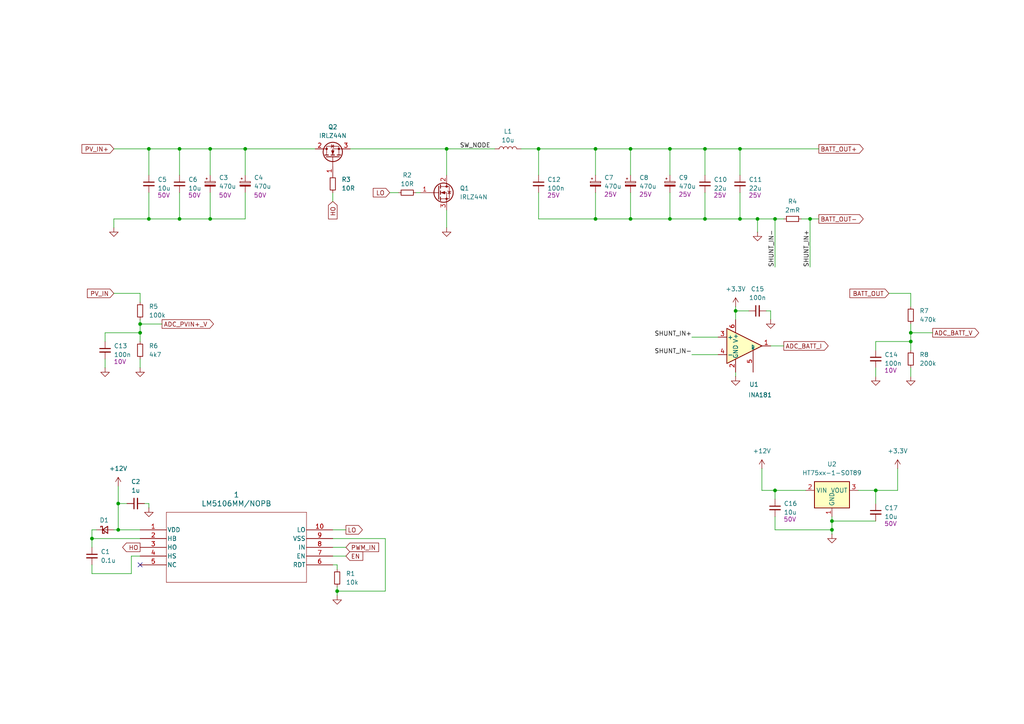
<source format=kicad_sch>
(kicad_sch (version 20231120) (generator "eeschema") (generator_version "8.0")
  (paper "A4")
  (lib_symbols
    (symbol "2024-11-21_11-20-24:LM5106MM_NOPB" (pin_names (offset 0.254))
      (property "Value" "LM5106MM/NOPB" (at 27.94 7.62 0))
      (symbol "LM5106MM_NOPB_0_1"
        (polyline (pts (xy 7.62 -15.24) (xy 48.26 -15.24)) (stroke (width 0.127)))
        (polyline (pts (xy 7.62 5.08) (xy 7.62 -15.24)) (stroke (width 0.127)))
        (polyline (pts (xy 48.26 -15.24) (xy 48.26 5.08)) (stroke (width 0.127)))
        (polyline (pts (xy 48.26 5.08) (xy 7.62 5.08)) (stroke (width 0.127)))
        (pin power_in line (at 0 0 0) (length 7.62) (name "VDD") (number "1"))
        (pin output line (at 55.88 0 180) (length 7.62) (name "LO") (number "10"))
        (pin input line (at 0 -2.54 0) (length 7.62) (name "HB") (number "2"))
        (pin output line (at 0 -5.08 0) (length 7.62) (name "HO") (number "3"))
        (pin input line (at 0 -7.62 0) (length 7.62) (name "HS") (number "4"))
        (pin passive line (at 0 -10.16 0) (length 7.62) (name "NC") (number "5"))
        (pin input line (at 55.88 -10.16 180) (length 7.62) (name "RDT") (number "6"))
        (pin input line (at 55.88 -7.62 180) (length 7.62) (name "EN") (number "7"))
        (pin input line (at 55.88 -5.08 180) (length 7.62) (name "IN") (number "8"))
        (pin power_in line (at 55.88 -2.54 180) (length 7.62) (name "VSS") (number "9"))
      )
    )
    (symbol "Amplifier_Current:INA181" (pin_names (offset 0.127))
      (property "Reference" "U" (at 3.81 3.81 0))
      (property "Value" "INA181" (at 3.81 -2.54 0))
      (symbol "INA181_0_1"
        (polyline (pts (xy 5.08 0) (xy -5.08 5.08) (xy -5.08 -5.08) (xy 5.08 0)) (stroke (width 0.254)) (fill (type background)))
      )
      (symbol "INA181_1_1"
        (pin output line (at 7.62 0 180) (length 2.54) (name "~") (number "1"))
        (pin power_in line (at -2.54 -7.62 90) (length 3.81) (name "GND") (number "2"))
        (pin input line (at -7.62 2.54 0) (length 2.54) (name "+") (number "3"))
        (pin input line (at -7.62 -2.54 0) (length 2.54) (name "-") (number "4"))
        (pin input line (at 2.54 -7.62 90) (length 6.35) (name "REF") (number "5"))
        (pin power_in line (at -2.54 7.62 270) (length 3.81) (name "V+") (number "6"))
      )
    )
    (symbol "Device:C_Polarized_Small" (pin_numbers hide) (pin_names (offset 0.254) hide)
      (property "Reference" "C" (at 0.254 1.778 0))
      (property "Value" "C_Polarized_Small" (at 0.254 -2.032 0))
      (symbol "C_Polarized_Small_0_1"
        (rectangle (start -1.524 -0.3048) (end 1.524 -0.6858) (fill (type outline)))
        (rectangle (start -1.524 0.6858) (end 1.524 0.3048))
        (polyline (pts (xy -1.27 1.524) (xy -0.762 1.524)))
        (polyline (pts (xy -1.016 1.27) (xy -1.016 1.778)))
      )
      (symbol "C_Polarized_Small_1_1"
        (pin passive line (at 0 2.54 270) (length 1.8542) (name "~") (number "1"))
        (pin passive line (at 0 -2.54 90) (length 1.8542) (name "~") (number "2"))
      )
    )
    (symbol "Device:C_Small" (pin_numbers hide) (pin_names (offset 0.254) hide)
      (property "Reference" "C" (at 0.254 1.778 0))
      (property "Value" "C_Small" (at 0.254 -2.032 0))
      (symbol "C_Small_0_1"
        (polyline (pts (xy -1.524 -0.508) (xy 1.524 -0.508)) (stroke (width 0.3302)))
        (polyline (pts (xy -1.524 0.508) (xy 1.524 0.508)) (stroke (width 0.3048)))
      )
      (symbol "C_Small_1_1"
        (pin passive line (at 0 2.54 270) (length 2.032) (name "~") (number "1"))
        (pin passive line (at 0 -2.54 90) (length 2.032) (name "~") (number "2"))
      )
    )
    (symbol "Device:D_Schottky_Small" (pin_numbers hide) (pin_names (offset 0.254) hide)
      (property "Reference" "D" (at -1.27 2.032 0))
      (property "Value" "D_Schottky_Small" (at -7.112 -2.032 0))
      (symbol "D_Schottky_Small_0_1"
        (polyline (pts (xy -0.762 0) (xy 0.762 0)))
        (polyline (pts (xy 0.762 -1.016) (xy -0.762 0) (xy 0.762 1.016) (xy 0.762 -1.016)) (stroke (width 0.254)))
        (polyline (pts (xy -1.27 0.762) (xy -1.27 1.016) (xy -0.762 1.016) (xy -0.762 -1.016) (xy -0.254 -1.016) (xy -0.254 -0.762)) (stroke (width 0.254)))
      )
      (symbol "D_Schottky_Small_1_1"
        (pin passive line (at -2.54 0 0) (length 1.778) (name "K") (number "1"))
        (pin passive line (at 2.54 0 180) (length 1.778) (name "A") (number "2"))
      )
    )
    (symbol "Device:L" (pin_numbers hide) (pin_names (offset 1.016) hide)
      (property "Reference" "L" (at -1.27 0 90))
      (property "Value" "L" (at 1.905 0 90))
      (symbol "L_0_1"
        (arc (start 0 -2.54) (mid 0.6323 -1.905) (end 0 -1.27))
        (arc (start 0 -1.27) (mid 0.6323 -0.635) (end 0 0))
        (arc (start 0 0) (mid 0.6323 0.635) (end 0 1.27))
        (arc (start 0 1.27) (mid 0.6323 1.905) (end 0 2.54))
      )
      (symbol "L_1_1"
        (pin passive line (at 0 3.81 270) (length 1.27) (name "1") (number "1"))
        (pin passive line (at 0 -3.81 90) (length 1.27) (name "2") (number "2"))
      )
    )
    (symbol "Device:R_Small" (pin_numbers hide) (pin_names (offset 0.254) hide)
      (property "Reference" "R" (at 0.762 0.508 0))
      (property "Value" "R_Small" (at 0.762 -1.016 0))
      (symbol "R_Small_0_1"
        (rectangle (start -0.762 1.778) (end 0.762 -1.778) (stroke (width 0.2032)))
      )
      (symbol "R_Small_1_1"
        (pin passive line (at 0 2.54 270) (length 0.762) (name "~") (number "1"))
        (pin passive line (at 0 -2.54 90) (length 0.762) (name "~") (number "2"))
      )
    )
    (symbol "Regulator_Linear:HT75xx-1-SOT89"
      (property "Reference" "U" (at -5.08 -3.81 0))
      (property "Value" "HT75xx-1-SOT89" (at 0 6.35 0))
      (symbol "HT75xx-1-SOT89_0_1"
        (rectangle (start -5.08 5.08) (end 5.08 -2.54) (stroke (width 0.254)) (fill (type background)))
      )
      (symbol "HT75xx-1-SOT89_1_1"
        (pin power_in line (at 0 -5.08 90) (length 2.54) (name "GND") (number "1"))
        (pin power_in line (at -7.62 2.54 0) (length 2.54) (name "VIN") (number "2"))
        (pin power_out line (at 7.62 2.54 180) (length 2.54) (name "VOUT") (number "3"))
      )
    )
    (symbol "Transistor_FET:IRLZ44N" (pin_names hide)
      (property "Reference" "Q" (at 5.08 1.905 0))
      (property "Value" "IRLZ44N" (at 5.08 0 0))
      (symbol "IRLZ44N_0_1"
        (polyline (pts (xy 0.254 0) (xy -2.54 0)))
        (polyline (pts (xy 0.254 1.905) (xy 0.254 -1.905)) (stroke (width 0.254)))
        (polyline (pts (xy 0.762 -1.27) (xy 0.762 -2.286)) (stroke (width 0.254)))
        (polyline (pts (xy 0.762 0.508) (xy 0.762 -0.508)) (stroke (width 0.254)))
        (polyline (pts (xy 0.762 2.286) (xy 0.762 1.27)) (stroke (width 0.254)))
        (polyline (pts (xy 2.54 2.54) (xy 2.54 1.778)))
        (polyline (pts (xy 2.54 -2.54) (xy 2.54 0) (xy 0.762 0)))
        (polyline (pts (xy 0.762 -1.778) (xy 3.302 -1.778) (xy 3.302 1.778) (xy 0.762 1.778)))
        (polyline (pts (xy 1.016 0) (xy 2.032 0.381) (xy 2.032 -0.381) (xy 1.016 0)) (fill (type outline)))
        (polyline (pts (xy 2.794 0.508) (xy 2.921 0.381) (xy 3.683 0.381) (xy 3.81 0.254)))
        (polyline (pts (xy 3.302 0.381) (xy 2.921 -0.254) (xy 3.683 -0.254) (xy 3.302 0.381)))
        (circle (center 1.651 0) (radius 2.794) (stroke (width 0.254)))
        (circle (center 2.54 -1.778) (radius 0.254) (fill (type outline)))
        (circle (center 2.54 1.778) (radius 0.254) (fill (type outline)))
      )
      (symbol "IRLZ44N_1_1"
        (pin input line (at -5.08 0 0) (length 2.54) (name "G") (number "1"))
        (pin passive line (at 2.54 5.08 270) (length 2.54) (name "D") (number "2"))
        (pin passive line (at 2.54 -5.08 90) (length 2.54) (name "S") (number "3"))
      )
    )
    (symbol "power:+12V" (power) (pin_numbers hide) (pin_names (offset 0) hide)
      (property "Value" "+12V" (at 0 3.556 0))
      (symbol "+12V_0_1"
        (polyline (pts (xy -0.762 1.27) (xy 0 2.54)))
        (polyline (pts (xy 0 0) (xy 0 2.54)))
        (polyline (pts (xy 0 2.54) (xy 0.762 1.27)))
      )
      (symbol "+12V_1_1"
        (pin power_in line (at 0 0 90) (length 0) (name "~") (number "1"))
      )
    )
    (symbol "power:+3.3V" (power) (pin_numbers hide) (pin_names (offset 0) hide)
      (property "Value" "+3.3V" (at 0 3.556 0))
      (symbol "+3.3V_0_1"
        (polyline (pts (xy -0.762 1.27) (xy 0 2.54)))
        (polyline (pts (xy 0 0) (xy 0 2.54)))
        (polyline (pts (xy 0 2.54) (xy 0.762 1.27)))
      )
      (symbol "+3.3V_1_1"
        (pin power_in line (at 0 0 90) (length 0) (name "~") (number "1"))
      )
    )
    (symbol "power:GND" (power) (pin_numbers hide) (pin_names (offset 0) hide)
      (property "Value" "GND" (at 0 -3.81 0))
      (symbol "GND_0_1"
        (polyline (pts (xy 0 0) (xy 0 -1.27) (xy 1.27 -1.27) (xy 0 -2.54) (xy -1.27 -1.27) (xy 0 -1.27)))
      )
      (symbol "GND_1_1"
        (pin power_in line (at 0 0 270) (length 0) (name "~") (number "1"))
      )
    )
  )
  (junction (at 213.36 90.17))
  (junction (at 71.12 43.18))
  (junction (at 172.72 43.18))
  (junction (at 60.96 43.18))
  (junction (at 172.72 63.5))
  (junction (at 43.18 63.5))
  (junction (at 194.31 63.5))
  (junction (at 214.63 63.5))
  (junction (at 52.07 63.5))
  (junction (at 52.07 43.18))
  (junction (at 34.29 146.05))
  (junction (at 204.47 63.5))
  (junction (at 204.47 43.18))
  (junction (at 60.96 63.5))
  (junction (at 194.31 43.18))
  (junction (at 219.71 63.5))
  (junction (at 182.88 63.5))
  (junction (at 129.54 43.18))
  (junction (at 97.79 171.45))
  (junction (at 241.3 153.67))
  (junction (at 234.95 63.5))
  (junction (at 254 142.24))
  (junction (at 241.3 151.13))
  (junction (at 40.64 93.98))
  (junction (at 224.79 63.5))
  (junction (at 224.79 142.24))
  (junction (at 40.64 96.52))
  (junction (at 264.16 99.06))
  (junction (at 264.16 96.52))
  (junction (at 34.29 153.67))
  (junction (at 156.21 43.18))
  (junction (at 43.18 43.18))
  (junction (at 26.67 156.21))
  (junction (at 214.63 43.18))
  (junction (at 182.88 43.18))
  (no_connect (at 40.64 163.83))
  (wire (pts (xy 241.3 151.13) (xy 241.3 153.67)))
  (wire (pts (xy 204.47 55.88) (xy 204.47 63.5)))
  (wire (pts (xy 224.79 142.24) (xy 224.79 144.78)))
  (wire (pts (xy 34.29 146.05) (xy 36.83 146.05)))
  (wire (pts (xy 33.02 43.18) (xy 43.18 43.18)))
  (wire (pts (xy 214.63 63.5) (xy 204.47 63.5)))
  (wire (pts (xy 194.31 43.18) (xy 182.88 43.18)))
  (wire (pts (xy 194.31 55.88) (xy 194.31 63.5)))
  (wire (pts (xy 97.79 163.83) (xy 97.79 165.1)))
  (wire (pts (xy 96.52 55.88) (xy 96.52 58.42)))
  (wire (pts (xy 96.52 156.21) (xy 111.76 156.21)))
  (wire (pts (xy 224.79 149.86) (xy 224.79 153.67)))
  (wire (pts (xy 219.71 63.5) (xy 214.63 63.5)))
  (wire (pts (xy 219.71 63.5) (xy 219.71 67.31)))
  (wire (pts (xy 26.67 158.75) (xy 26.67 156.21)))
  (wire (pts (xy 60.96 43.18) (xy 60.96 50.8)))
  (wire (pts (xy 52.07 43.18) (xy 52.07 50.8)))
  (wire (pts (xy 27.94 153.67) (xy 26.67 153.67)))
  (wire (pts (xy 254 151.13) (xy 241.3 151.13)))
  (wire (pts (xy 264.16 96.52) (xy 264.16 99.06)))
  (wire (pts (xy 43.18 43.18) (xy 43.18 50.8)))
  (wire (pts (xy 40.64 92.71) (xy 40.64 93.98)))
  (wire (pts (xy 241.3 153.67) (xy 241.3 154.94)))
  (wire (pts (xy 223.52 90.17) (xy 222.25 90.17)))
  (wire (pts (xy 91.44 43.18) (xy 71.12 43.18)))
  (wire (pts (xy 40.64 104.14) (xy 40.64 106.68)))
  (wire (pts (xy 182.88 43.18) (xy 172.72 43.18)))
  (wire (pts (xy 52.07 55.88) (xy 52.07 63.5)))
  (wire (pts (xy 214.63 50.8) (xy 214.63 43.18)))
  (wire (pts (xy 34.29 146.05) (xy 34.29 153.67)))
  (wire (pts (xy 220.98 142.24) (xy 224.79 142.24)))
  (wire (pts (xy 254 142.24) (xy 248.92 142.24)))
  (wire (pts (xy 182.88 55.88) (xy 182.88 63.5)))
  (wire (pts (xy 96.52 161.29) (xy 100.33 161.29)))
  (wire (pts (xy 30.48 99.06) (xy 30.48 96.52)))
  (wire (pts (xy 129.54 43.18) (xy 143.51 43.18)))
  (wire (pts (xy 60.96 55.88) (xy 60.96 63.5)))
  (wire (pts (xy 254 99.06) (xy 264.16 99.06)))
  (wire (pts (xy 43.18 146.05) (xy 43.18 147.32)))
  (wire (pts (xy 40.64 93.98) (xy 46.99 93.98)))
  (wire (pts (xy 270.51 96.52) (xy 264.16 96.52)))
  (wire (pts (xy 260.35 135.89) (xy 260.35 142.24)))
  (wire (pts (xy 234.95 63.5) (xy 237.49 63.5)))
  (wire (pts (xy 224.79 63.5) (xy 219.71 63.5)))
  (wire (pts (xy 26.67 166.37) (xy 26.67 163.83)))
  (wire (pts (xy 40.64 93.98) (xy 40.64 96.52)))
  (wire (pts (xy 172.72 63.5) (xy 182.88 63.5)))
  (wire (pts (xy 223.52 92.71) (xy 223.52 90.17)))
  (wire (pts (xy 241.3 149.86) (xy 241.3 151.13)))
  (wire (pts (xy 52.07 63.5) (xy 43.18 63.5)))
  (wire (pts (xy 96.52 153.67) (xy 100.33 153.67)))
  (wire (pts (xy 204.47 43.18) (xy 194.31 43.18)))
  (wire (pts (xy 260.35 142.24) (xy 254 142.24)))
  (wire (pts (xy 213.36 107.95) (xy 213.36 109.22)))
  (wire (pts (xy 213.36 90.17) (xy 217.17 90.17)))
  (wire (pts (xy 113.03 55.88) (xy 115.57 55.88)))
  (wire (pts (xy 200.66 97.79) (xy 208.28 97.79)))
  (wire (pts (xy 43.18 43.18) (xy 52.07 43.18)))
  (wire (pts (xy 264.16 99.06) (xy 264.16 101.6)))
  (wire (pts (xy 182.88 50.8) (xy 182.88 43.18)))
  (wire (pts (xy 52.07 43.18) (xy 60.96 43.18)))
  (wire (pts (xy 194.31 63.5) (xy 204.47 63.5)))
  (wire (pts (xy 43.18 55.88) (xy 43.18 63.5)))
  (wire (pts (xy 223.52 100.33) (xy 227.33 100.33)))
  (wire (pts (xy 234.95 63.5) (xy 234.95 77.47)))
  (wire (pts (xy 156.21 43.18) (xy 172.72 43.18)))
  (wire (pts (xy 194.31 50.8) (xy 194.31 43.18)))
  (wire (pts (xy 38.1 166.37) (xy 26.67 166.37)))
  (wire (pts (xy 38.1 161.29) (xy 38.1 166.37)))
  (wire (pts (xy 232.41 63.5) (xy 234.95 63.5)))
  (wire (pts (xy 156.21 50.8) (xy 156.21 43.18)))
  (wire (pts (xy 224.79 142.24) (xy 233.68 142.24)))
  (wire (pts (xy 156.21 55.88) (xy 156.21 63.5)))
  (wire (pts (xy 264.16 93.98) (xy 264.16 96.52)))
  (wire (pts (xy 40.64 85.09) (xy 33.02 85.09)))
  (wire (pts (xy 224.79 63.5) (xy 224.79 77.47)))
  (wire (pts (xy 220.98 135.89) (xy 220.98 142.24)))
  (wire (pts (xy 254 101.6) (xy 254 99.06)))
  (wire (pts (xy 214.63 43.18) (xy 204.47 43.18)))
  (wire (pts (xy 33.02 153.67) (xy 34.29 153.67)))
  (wire (pts (xy 213.36 90.17) (xy 213.36 92.71)))
  (wire (pts (xy 71.12 43.18) (xy 60.96 43.18)))
  (wire (pts (xy 34.29 153.67) (xy 40.64 153.67)))
  (wire (pts (xy 204.47 50.8) (xy 204.47 43.18)))
  (wire (pts (xy 151.13 43.18) (xy 156.21 43.18)))
  (wire (pts (xy 214.63 55.88) (xy 214.63 63.5)))
  (wire (pts (xy 101.6 43.18) (xy 129.54 43.18)))
  (wire (pts (xy 33.02 63.5) (xy 43.18 63.5)))
  (wire (pts (xy 97.79 170.18) (xy 97.79 171.45)))
  (wire (pts (xy 97.79 171.45) (xy 97.79 172.72)))
  (wire (pts (xy 213.36 88.9) (xy 213.36 90.17)))
  (wire (pts (xy 71.12 43.18) (xy 71.12 50.8)))
  (wire (pts (xy 257.81 85.09) (xy 264.16 85.09)))
  (wire (pts (xy 96.52 163.83) (xy 97.79 163.83)))
  (wire (pts (xy 200.66 102.87) (xy 208.28 102.87)))
  (wire (pts (xy 264.16 106.68) (xy 264.16 109.22)))
  (wire (pts (xy 182.88 63.5) (xy 194.31 63.5)))
  (wire (pts (xy 96.52 158.75) (xy 100.33 158.75)))
  (wire (pts (xy 33.02 63.5) (xy 33.02 66.04)))
  (wire (pts (xy 224.79 153.67) (xy 241.3 153.67)))
  (wire (pts (xy 254 106.68) (xy 254 109.22)))
  (wire (pts (xy 264.16 85.09) (xy 264.16 88.9)))
  (wire (pts (xy 41.91 146.05) (xy 43.18 146.05)))
  (wire (pts (xy 34.29 140.97) (xy 34.29 146.05)))
  (wire (pts (xy 30.48 96.52) (xy 40.64 96.52)))
  (wire (pts (xy 156.21 63.5) (xy 172.72 63.5)))
  (wire (pts (xy 227.33 63.5) (xy 224.79 63.5)))
  (wire (pts (xy 129.54 60.96) (xy 129.54 66.04)))
  (wire (pts (xy 97.79 171.45) (xy 111.76 171.45)))
  (wire (pts (xy 214.63 43.18) (xy 237.49 43.18)))
  (wire (pts (xy 120.65 55.88) (xy 121.92 55.88)))
  (wire (pts (xy 52.07 63.5) (xy 60.96 63.5)))
  (wire (pts (xy 254 142.24) (xy 254 146.05)))
  (wire (pts (xy 40.64 87.63) (xy 40.64 85.09)))
  (wire (pts (xy 60.96 63.5) (xy 71.12 63.5)))
  (wire (pts (xy 71.12 55.88) (xy 71.12 63.5)))
  (wire (pts (xy 26.67 156.21) (xy 40.64 156.21)))
  (wire (pts (xy 172.72 43.18) (xy 172.72 50.8)))
  (wire (pts (xy 40.64 161.29) (xy 38.1 161.29)))
  (wire (pts (xy 129.54 43.18) (xy 129.54 50.8)))
  (wire (pts (xy 172.72 55.88) (xy 172.72 63.5)))
  (wire (pts (xy 30.48 104.14) (xy 30.48 106.68)))
  (wire (pts (xy 111.76 156.21) (xy 111.76 171.45)))
  (wire (pts (xy 40.64 96.52) (xy 40.64 99.06)))
  (wire (pts (xy 26.67 153.67) (xy 26.67 156.21)))
  (label "SHUNT_IN+" (at 234.95 77.47 90))
  (label "SHUNT_IN+" (at 200.66 97.79 180))
  (label "SW_NODE" (at 133.35 43.18 0))
  (label "SHUNT_IN-" (at 200.66 102.87 180))
  (label "SHUNT_IN-" (at 224.79 77.47 90))
  (global_label "PWM_IN" (shape input) (at 100.33 158.75 0) (property "Intersheetrefs" "${INTERSHEET_REFS}" (effects (hide yes))))
  (global_label "HO" (shape output) (at 40.64 158.75 180) (property "Intersheetrefs" "${INTERSHEET_REFS}" (effects (hide yes))))
  (global_label "BATT_OUT-" (shape output) (at 237.49 63.5 0) (property "Intersheetrefs" "${INTERSHEET_REFS}" (effects (hide yes))))
  (global_label "PV_IN" (shape input) (at 33.02 85.09 180) (property "Intersheetrefs" "${INTERSHEET_REFS}" (effects (hide yes))))
  (global_label "BATT_OUT" (shape input) (at 257.81 85.09 180) (property "Intersheetrefs" "${INTERSHEET_REFS}" (effects (hide yes))))
  (global_label "ADC_PVIN+_V" (shape output) (at 46.99 93.98 0) (property "Intersheetrefs" "${INTERSHEET_REFS}" (effects (hide yes))))
  (global_label "PV_IN+" (shape input) (at 33.02 43.18 180) (property "Intersheetrefs" "${INTERSHEET_REFS}" (effects (hide yes))))
  (global_label "LO" (shape output) (at 100.33 153.67 0) (property "Intersheetrefs" "${INTERSHEET_REFS}" (effects (hide yes))))
  (global_label "ADC_BATT_V" (shape output) (at 270.51 96.52 0) (property "Intersheetrefs" "${INTERSHEET_REFS}" (effects (hide yes))))
  (global_label "EN" (shape input) (at 100.33 161.29 0) (property "Intersheetrefs" "${INTERSHEET_REFS}" (effects (hide yes))))
  (global_label "HO" (shape input) (at 96.52 58.42 270) (property "Intersheetrefs" "${INTERSHEET_REFS}" (effects (hide yes))))
  (global_label "ADC_BATT_I" (shape output) (at 227.33 100.33 0) (property "Intersheetrefs" "${INTERSHEET_REFS}" (effects (hide yes))))
  (global_label "LO" (shape input) (at 113.03 55.88 180) (property "Intersheetrefs" "${INTERSHEET_REFS}" (effects (hide yes))))
  (global_label "BATT_OUT+" (shape output) (at 237.49 43.18 0) (property "Intersheetrefs" "${INTERSHEET_REFS}" (effects (hide yes))))
  (symbol (lib_id "Device:C_Small") (at 254 104.14 0) (unit 1)
    (property "Reference" "C14" (at 256.54 102.8762 0) (effects (justify left)))
    (property "Value" "100n" (at 256.54 105.4162 0) (effects (justify left)))
    (property "Description" "Unpolarized capacitor, small symbol" (effects (hide yes)))
    (property "Voltage" "10V" (at 258.318 107.442 0))
  )
  (symbol (lib_id "Device:C_Small") (at 214.63 53.34 0) (unit 1)
    (property "Reference" "C11" (at 217.17 52.0762 0) (effects (justify left)))
    (property "Value" "22u" (at 217.17 54.6162 0) (effects (justify left)))
    (property "Description" "Unpolarized capacitor, small symbol" (effects (hide yes)))
    (property "Voltage" "25V" (at 218.948 56.642 0))
  )
  (symbol (lib_id "Regulator_Linear:HT75xx-1-SOT89") (at 241.3 144.78 0) (unit 1)
    (property "Reference" "U2" (at 241.3 134.62 0))
    (property "Value" "HT75xx-1-SOT89" (at 241.3 137.16 0))
    (property "Footprint" "Package_TO_SOT_SMD:SOT-89-3" (effects (hide yes)))
    (property "Datasheet" "https://www.holtek.com/documents/10179/116711/HT75xx-1v250.pdf" (effects (hide yes)))
    (property "Description" "100mA Low Dropout Voltage Regulator, Fixed Output, SOT89" (effects (hide yes)))
  )
  (symbol (lib_id "power:+3.3V") (at 260.35 135.89 0) (unit 1)
    (property "Reference" "#PWR016" (effects (hide yes)))
    (property "Value" "+3.3V" (at 260.35 130.81 0))
    (property "Description" "Power symbol creates a global label with name \"+3.3V\"" (effects (hide yes)))
  )
  (symbol (lib_id "power:GND") (at 223.52 92.71 0) (unit 1)
    (property "Reference" "#PWR013" (effects (hide yes)))
    (property "Value" "GND" (effects (hide yes)))
    (property "Description" "Power symbol creates a global label with name \"GND\" , ground" (effects (hide yes)))
  )
  (symbol (lib_id "Device:C_Small") (at 156.21 53.34 0) (unit 1)
    (property "Reference" "C12" (at 158.75 52.0762 0) (effects (justify left)))
    (property "Value" "100n" (at 158.75 54.6162 0) (effects (justify left)))
    (property "Description" "Unpolarized capacitor, small symbol" (effects (hide yes)))
    (property "Voltage" "25V" (at 160.528 56.642 0))
  )
  (symbol (lib_id "power:GND") (at 40.64 106.68 0) (unit 1)
    (property "Reference" "#PWR07" (effects (hide yes)))
    (property "Value" "GND" (effects (hide yes)))
    (property "Description" "Power symbol creates a global label with name \"GND\" , ground" (effects (hide yes)))
  )
  (symbol (lib_id "Device:C_Small") (at 52.07 53.34 0) (unit 1)
    (property "Reference" "C6" (at 54.61 52.0762 0) (effects (justify left)))
    (property "Value" "10u" (at 54.61 54.6162 0) (effects (justify left)))
    (property "Description" "Unpolarized capacitor, small symbol" (effects (hide yes)))
    (property "Voltage" "50V" (at 56.388 56.642 0))
  )
  (symbol (lib_id "power:GND") (at 43.18 147.32 0) (unit 1)
    (property "Reference" "#PWR03" (effects (hide yes)))
    (property "Value" "GND" (effects (hide yes)))
    (property "Description" "Power symbol creates a global label with name \"GND\" , ground" (effects (hide yes)))
  )
  (symbol (lib_id "Device:C_Polarized_Small") (at 172.72 53.34 0) (unit 1)
    (property "Reference" "C7" (at 175.26 51.5238 0) (effects (justify left)))
    (property "Value" "470u" (at 175.26 54.0638 0) (effects (justify left)))
    (property "Description" "Polarized capacitor, small symbol" (effects (hide yes)))
    (property "Voltage" "25V" (at 177.038 56.388 0))
  )
  (symbol (lib_id "Device:C_Small") (at 26.67 161.29 0) (unit 1)
    (property "Reference" "C1" (at 29.21 160.0262 0) (effects (justify left)))
    (property "Value" "0.1u" (at 29.21 162.5662 0) (effects (justify left)))
    (property "Description" "Unpolarized capacitor, small symbol" (effects (hide yes)))
  )
  (symbol (lib_id "Device:R_Small") (at 229.87 63.5 90) (unit 1)
    (property "Reference" "R4" (at 229.87 58.42 90))
    (property "Value" "2mR" (at 229.87 60.96 90))
    (property "Description" "Resistor, small symbol" (effects (hide yes)))
  )
  (symbol (lib_id "Device:C_Small") (at 43.18 53.34 0) (unit 1)
    (property "Reference" "C5" (at 45.72 52.0762 0) (effects (justify left)))
    (property "Value" "10u" (at 45.72 54.6162 0) (effects (justify left)))
    (property "Description" "Unpolarized capacitor, small symbol" (effects (hide yes)))
    (property "Voltage" "50V" (at 47.498 56.642 0))
  )
  (symbol (lib_id "Amplifier_Current:INA181") (at 215.9 100.33 0) (unit 1)
    (property "Reference" "U1" (at 218.694 111.506 0))
    (property "Value" "INA181" (at 220.472 114.554 0))
    (property "Footprint" "Package_TO_SOT_SMD:SOT-23-6" (effects (hide yes)))
    (property "Datasheet" "http://www.ti.com/lit/ds/symlink/ina181.pdf" (effects (hide yes)))
    (property "Description" "Bidirectional, Low- and High-Side Voltage Output, Current-Sense Amplifier, SOT-23-6" (effects (hide yes)))
  )
  (symbol (lib_id "Transistor_FET:IRLZ44N") (at 96.52 45.72 90) (unit 1)
    (property "Reference" "Q2" (at 96.52 36.83 90))
    (property "Value" "IRLZ44N" (at 96.52 39.37 90))
    (property "Footprint" "Package_TO_SOT_THT:TO-220-3_Vertical" (effects (hide yes)))
    (property "Datasheet" "http://www.irf.com/product-info/datasheets/data/irlz44n.pdf" (effects (hide yes)))
    (property "Description" "47A Id, 55V Vds, 22mOhm Rds Single N-Channel HEXFET Power MOSFET, TO-220AB" (effects (hide yes)))
  )
  (symbol (lib_id "Device:C_Small") (at 30.48 101.6 0) (unit 1)
    (property "Reference" "C13" (at 33.02 100.3362 0) (effects (justify left)))
    (property "Value" "100n" (at 33.02 102.8762 0) (effects (justify left)))
    (property "Description" "Unpolarized capacitor, small symbol" (effects (hide yes)))
    (property "Voltage" "10V" (at 34.798 104.902 0))
  )
  (symbol (lib_id "Device:C_Small") (at 254 148.59 0) (unit 1)
    (property "Reference" "C17" (at 256.54 147.3262 0) (effects (justify left)))
    (property "Value" "10u" (at 256.54 149.8662 0) (effects (justify left)))
    (property "Description" "Unpolarized capacitor, small symbol" (effects (hide yes)))
    (property "Voltage" "50V" (at 258.318 151.892 0))
  )
  (symbol (lib_id "power:GND") (at 30.48 106.68 0) (unit 1)
    (property "Reference" "#PWR08" (effects (hide yes)))
    (property "Value" "GND" (effects (hide yes)))
    (property "Description" "Power symbol creates a global label with name \"GND\" , ground" (effects (hide yes)))
  )
  (symbol (lib_id "Device:R_Small") (at 264.16 91.44 0) (unit 1)
    (property "Reference" "R7" (at 266.7 90.1699 0) (effects (justify left)))
    (property "Value" "470k" (at 266.7 92.7099 0) (effects (justify left)))
    (property "Description" "Resistor, small symbol" (effects (hide yes)))
  )
  (symbol (lib_id "Device:C_Small") (at 204.47 53.34 0) (unit 1)
    (property "Reference" "C10" (at 207.01 52.0762 0) (effects (justify left)))
    (property "Value" "22u" (at 207.01 54.6162 0) (effects (justify left)))
    (property "Description" "Unpolarized capacitor, small symbol" (effects (hide yes)))
    (property "Voltage" "25V" (at 208.788 56.642 0))
  )
  (symbol (lib_id "Device:D_Schottky_Small") (at 30.48 153.67 0) (unit 1)
    (property "Reference" "D1" (at 30.226 150.876 0))
    (property "Value" "D_Schottky_Small" (effects (hide yes)))
    (property "Description" "Schottky diode, small symbol" (effects (hide yes)))
  )
  (symbol (lib_id "Device:C_Polarized_Small") (at 60.96 53.34 0) (unit 1)
    (property "Reference" "C3" (at 63.5 51.5238 0) (effects (justify left)))
    (property "Value" "470u" (at 63.5 54.0638 0) (effects (justify left)))
    (property "Description" "Polarized capacitor, small symbol" (effects (hide yes)))
    (property "Voltage" "50V" (at 65.278 56.642 0))
  )
  (symbol (lib_id "Device:C_Polarized_Small") (at 71.12 53.34 0) (unit 1)
    (property "Reference" "C4" (at 73.66 51.5238 0) (effects (justify left)))
    (property "Value" "470u" (at 73.66 54.0638 0) (effects (justify left)))
    (property "Description" "Polarized capacitor, small symbol" (effects (hide yes)))
    (property "Voltage" "50V" (at 75.438 56.642 0))
  )
  (symbol (lib_id "power:GND") (at 241.3 154.94 0) (unit 1)
    (property "Reference" "#PWR015" (effects (hide yes)))
    (property "Value" "GND" (effects (hide yes)))
    (property "Description" "Power symbol creates a global label with name \"GND\" , ground" (effects (hide yes)))
  )
  (symbol (lib_id "Device:R_Small") (at 97.79 167.64 0) (unit 1)
    (property "Reference" "R1" (at 100.33 166.3699 0) (effects (justify left)))
    (property "Value" "10k" (at 100.33 168.9099 0) (effects (justify left)))
    (property "Description" "Resistor, small symbol" (effects (hide yes)))
  )
  (symbol (lib_id "power:GND") (at 254 109.22 0) (unit 1)
    (property "Reference" "#PWR09" (effects (hide yes)))
    (property "Value" "GND" (effects (hide yes)))
    (property "Description" "Power symbol creates a global label with name \"GND\" , ground" (effects (hide yes)))
  )
  (symbol (lib_id "power:GND") (at 33.02 66.04 0) (unit 1)
    (property "Reference" "#PWR02" (effects (hide yes)))
    (property "Value" "GND" (effects (hide yes)))
    (property "Description" "Power symbol creates a global label with name \"GND\" , ground" (effects (hide yes)))
  )
  (symbol (lib_id "Device:R_Small") (at 118.11 55.88 90) (unit 1)
    (property "Reference" "R2" (at 118.11 50.8 90))
    (property "Value" "10R" (at 118.11 53.34 90))
    (property "Description" "Resistor, small symbol" (effects (hide yes)))
  )
  (symbol (lib_id "power:GND") (at 97.79 172.72 0) (unit 1)
    (property "Reference" "#PWR01" (effects (hide yes)))
    (property "Value" "GND" (effects (hide yes)))
    (property "Description" "Power symbol creates a global label with name \"GND\" , ground" (effects (hide yes)))
  )
  (symbol (lib_id "Device:R_Small") (at 264.16 104.14 0) (unit 1)
    (property "Reference" "R8" (at 266.7 102.8699 0) (effects (justify left)))
    (property "Value" "200k" (at 266.7 105.4099 0) (effects (justify left)))
    (property "Description" "Resistor, small symbol" (effects (hide yes)))
  )
  (symbol (lib_id "power:+3.3V") (at 213.36 88.9 0) (unit 1)
    (property "Reference" "#PWR012" (effects (hide yes)))
    (property "Value" "+3.3V" (at 213.36 83.82 0))
    (property "Description" "Power symbol creates a global label with name \"+3.3V\"" (effects (hide yes)))
  )
  (symbol (lib_id "power:+12V") (at 34.29 140.97 0) (unit 1)
    (property "Reference" "#PWR04" (effects (hide yes)))
    (property "Value" "+12V" (at 34.29 135.89 0))
    (property "Description" "Power symbol creates a global label with name \"+12V\"" (effects (hide yes)))
  )
  (symbol (lib_id "Device:R_Small") (at 40.64 101.6 0) (unit 1)
    (property "Reference" "R6" (at 43.18 100.3299 0) (effects (justify left)))
    (property "Value" "4k7" (at 43.18 102.8699 0) (effects (justify left)))
    (property "Description" "Resistor, small symbol" (effects (hide yes)))
  )
  (symbol (lib_id "power:GND") (at 129.54 66.04 0) (unit 1)
    (property "Reference" "#PWR05" (effects (hide yes)))
    (property "Value" "GND" (effects (hide yes)))
    (property "Description" "Power symbol creates a global label with name \"GND\" , ground" (effects (hide yes)))
  )
  (symbol (lib_id "Device:C_Small") (at 219.71 90.17 90) (unit 1)
    (property "Reference" "C15" (at 219.7163 83.82 90))
    (property "Value" "100n" (at 219.7163 86.36 90))
    (property "Description" "Unpolarized capacitor, small symbol" (effects (hide yes)))
  )
  (symbol (lib_id "Device:C_Small") (at 224.79 147.32 0) (unit 1)
    (property "Reference" "C16" (at 227.33 146.0562 0) (effects (justify left)))
    (property "Value" "10u" (at 227.33 148.5962 0) (effects (justify left)))
    (property "Description" "Unpolarized capacitor, small symbol" (effects (hide yes)))
    (property "Voltage" "50V" (at 229.108 150.622 0))
  )
  (symbol (lib_id "2024-11-21_11-20-24:LM5106MM_NOPB") (at 40.64 153.67 0) (unit 1)
    (property "Reference" "1" (at 68.58 143.51 0) (effects (font (size 1.524 1.524))))
    (property "Value" "LM5106MM/NOPB" (at 68.58 146.05 0) (effects (font (size 1.524 1.524))))
    (property "Footprint" "MUB10A" (effects (hide yes)))
    (property "Datasheet" "LM5106MM/NOPB" (effects (hide yes)))
  )
  (symbol (lib_id "Device:C_Polarized_Small") (at 182.88 53.34 0) (unit 1)
    (property "Reference" "C8" (at 185.42 51.5238 0) (effects (justify left)))
    (property "Value" "470u" (at 185.42 54.0638 0) (effects (justify left)))
    (property "Description" "Polarized capacitor, small symbol" (effects (hide yes)))
    (property "Voltage" "25V" (at 187.198 56.388 0))
  )
  (symbol (lib_id "power:GND") (at 219.71 67.31 0) (unit 1)
    (property "Reference" "#PWR011" (effects (hide yes)))
    (property "Value" "GND" (effects (hide yes)))
    (property "Description" "Power symbol creates a global label with name \"GND\" , ground" (effects (hide yes)))
  )
  (symbol (lib_id "power:GND") (at 213.36 109.22 0) (unit 1)
    (property "Reference" "#PWR06" (effects (hide yes)))
    (property "Value" "GND" (effects (hide yes)))
    (property "Description" "Power symbol creates a global label with name \"GND\" , ground" (effects (hide yes)))
  )
  (symbol (lib_id "Device:R_Small") (at 40.64 90.17 0) (unit 1)
    (property "Reference" "R5" (at 43.18 88.8999 0) (effects (justify left)))
    (property "Value" "100k" (at 43.18 91.4399 0) (effects (justify left)))
    (property "Description" "Resistor, small symbol" (effects (hide yes)))
  )
  (symbol (lib_id "Device:C_Small") (at 39.37 146.05 90) (unit 1)
    (property "Reference" "C2" (at 39.3763 139.7 90))
    (property "Value" "1u" (at 39.3763 142.24 90))
    (property "Description" "Unpolarized capacitor, small symbol" (effects (hide yes)))
  )
  (symbol (lib_id "power:GND") (at 264.16 109.22 0) (unit 1)
    (property "Reference" "#PWR010" (effects (hide yes)))
    (property "Value" "GND" (effects (hide yes)))
    (property "Description" "Power symbol creates a global label with name \"GND\" , ground" (effects (hide yes)))
  )
  (symbol (lib_id "Device:C_Polarized_Small") (at 194.31 53.34 0) (unit 1)
    (property "Reference" "C9" (at 196.85 51.5238 0) (effects (justify left)))
    (property "Value" "470u" (at 196.85 54.0638 0) (effects (justify left)))
    (property "Description" "Polarized capacitor, small symbol" (effects (hide yes)))
    (property "Voltage" "25V" (at 198.628 56.388 0))
  )
  (symbol (lib_id "Device:L") (at 147.32 43.18 90) (unit 1)
    (property "Reference" "L1" (at 147.32 38.1 90))
    (property "Value" "10u" (at 147.32 40.64 90))
    (property "Description" "Inductor" (effects (hide yes)))
  )
  (symbol (lib_id "power:+12V") (at 220.98 135.89 0) (unit 1)
    (property "Reference" "#PWR014" (effects (hide yes)))
    (property "Value" "+12V" (at 220.98 130.81 0))
    (property "Description" "Power symbol creates a global label with name \"+12V\"" (effects (hide yes)))
  )
  (symbol (lib_id "Transistor_FET:IRLZ44N") (at 127 55.88 0) (unit 1)
    (property "Reference" "Q1" (at 133.35 54.6099 0) (effects (justify left)))
    (property "Value" "IRLZ44N" (at 133.35 57.1499 0) (effects (justify left)))
    (property "Footprint" "Package_TO_SOT_THT:TO-220-3_Vertical" (effects (hide yes)))
    (property "Datasheet" "http://www.irf.com/product-info/datasheets/data/irlz44n.pdf" (effects (hide yes)))
    (property "Description" "47A Id, 55V Vds, 22mOhm Rds Single N-Channel HEXFET Power MOSFET, TO-220AB" (effects (hide yes)))
  )
  (symbol (lib_id "Device:R_Small") (at 96.52 53.34 180) (unit 1)
    (property "Reference" "R3" (at 99.06 52.0699 0) (effects (justify right)))
    (property "Value" "10R" (at 99.06 54.6099 0) (effects (justify right)))
    (property "Description" "Resistor, small symbol" (effects (hide yes)))
  )
)
</source>
